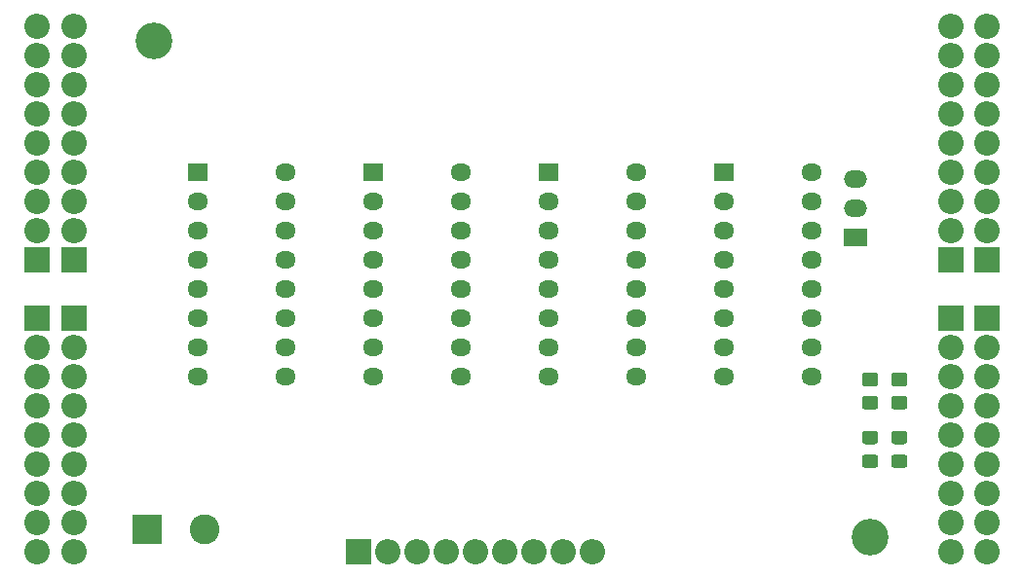
<source format=gbr>
%TF.GenerationSoftware,KiCad,Pcbnew,(5.1.8)-1*%
%TF.CreationDate,2022-10-09T15:02:05+03:00*%
%TF.ProjectId,MUX4x1,4d555834-7831-42e6-9b69-6361645f7063,rev?*%
%TF.SameCoordinates,Original*%
%TF.FileFunction,Soldermask,Top*%
%TF.FilePolarity,Negative*%
%FSLAX46Y46*%
G04 Gerber Fmt 4.6, Leading zero omitted, Abs format (unit mm)*
G04 Created by KiCad (PCBNEW (5.1.8)-1) date 2022-10-09 15:02:05*
%MOMM*%
%LPD*%
G01*
G04 APERTURE LIST*
%ADD10O,2.200000X2.200000*%
%ADD11R,2.200000X2.200000*%
%ADD12O,1.800000X1.500000*%
%ADD13R,1.800000X1.500000*%
%ADD14O,2.000000X1.500000*%
%ADD15R,2.000000X1.500000*%
%ADD16C,3.200000*%
%ADD17R,2.600000X2.600000*%
%ADD18C,2.600000*%
G04 APERTURE END LIST*
D10*
%TO.C,J11*%
X156210000Y-60960000D03*
X156210000Y-63500000D03*
X156210000Y-66040000D03*
X156210000Y-68580000D03*
X156210000Y-71120000D03*
X156210000Y-73660000D03*
X156210000Y-76200000D03*
X156210000Y-78740000D03*
D11*
X156210000Y-81280000D03*
%TD*%
D10*
%TO.C,J10*%
X73660000Y-60960000D03*
X73660000Y-63500000D03*
X73660000Y-66040000D03*
X73660000Y-68580000D03*
X73660000Y-71120000D03*
X73660000Y-73660000D03*
X73660000Y-76200000D03*
X73660000Y-78740000D03*
D11*
X73660000Y-81280000D03*
%TD*%
D10*
%TO.C,J9*%
X156210000Y-106680000D03*
X156210000Y-104140000D03*
X156210000Y-101600000D03*
X156210000Y-99060000D03*
X156210000Y-96520000D03*
X156210000Y-93980000D03*
X156210000Y-91440000D03*
X156210000Y-88900000D03*
D11*
X156210000Y-86360000D03*
%TD*%
D10*
%TO.C,J8*%
X73660000Y-106680000D03*
X73660000Y-104140000D03*
X73660000Y-101600000D03*
X73660000Y-99060000D03*
X73660000Y-96520000D03*
X73660000Y-93980000D03*
X73660000Y-91440000D03*
X73660000Y-88900000D03*
D11*
X73660000Y-86360000D03*
%TD*%
D12*
%TO.C,U2*%
X110490000Y-73660000D03*
X102870000Y-91440000D03*
X110490000Y-76200000D03*
X102870000Y-88900000D03*
X110490000Y-78740000D03*
X102870000Y-86360000D03*
X110490000Y-81280000D03*
X102870000Y-83820000D03*
X110490000Y-83820000D03*
X102870000Y-81280000D03*
X110490000Y-86360000D03*
X102870000Y-78740000D03*
X110490000Y-88900000D03*
X102870000Y-76200000D03*
X110490000Y-91440000D03*
D13*
X102870000Y-73660000D03*
%TD*%
D14*
%TO.C,J7*%
X144780000Y-74295000D03*
X144780000Y-76835000D03*
D15*
X144780000Y-79375000D03*
%TD*%
D16*
%TO.C,H1*%
X83820000Y-62230000D03*
%TD*%
%TO.C,H2*%
X146050000Y-105410000D03*
%TD*%
D17*
%TO.C,J1*%
X83185000Y-104775000D03*
D18*
X88185000Y-104775000D03*
%TD*%
D11*
%TO.C,J2*%
X76835000Y-86360000D03*
D10*
X76835000Y-88900000D03*
X76835000Y-91440000D03*
X76835000Y-93980000D03*
X76835000Y-96520000D03*
X76835000Y-99060000D03*
X76835000Y-101600000D03*
X76835000Y-104140000D03*
X76835000Y-106680000D03*
%TD*%
%TO.C,J3*%
X153035000Y-106680000D03*
X153035000Y-104140000D03*
X153035000Y-101600000D03*
X153035000Y-99060000D03*
X153035000Y-96520000D03*
X153035000Y-93980000D03*
X153035000Y-91440000D03*
X153035000Y-88900000D03*
D11*
X153035000Y-86360000D03*
%TD*%
%TO.C,J4*%
X76835000Y-81280000D03*
D10*
X76835000Y-78740000D03*
X76835000Y-76200000D03*
X76835000Y-73660000D03*
X76835000Y-71120000D03*
X76835000Y-68580000D03*
X76835000Y-66040000D03*
X76835000Y-63500000D03*
X76835000Y-60960000D03*
%TD*%
%TO.C,J5*%
X153035000Y-60960000D03*
X153035000Y-63500000D03*
X153035000Y-66040000D03*
X153035000Y-68580000D03*
X153035000Y-71120000D03*
X153035000Y-73660000D03*
X153035000Y-76200000D03*
X153035000Y-78740000D03*
D11*
X153035000Y-81280000D03*
%TD*%
%TO.C,J6*%
X101600000Y-106680000D03*
D10*
X104140000Y-106680000D03*
X106680000Y-106680000D03*
X109220000Y-106680000D03*
X111760000Y-106680000D03*
X114300000Y-106680000D03*
X116840000Y-106680000D03*
X119380000Y-106680000D03*
X121920000Y-106680000D03*
%TD*%
D13*
%TO.C,U1*%
X87630000Y-73660000D03*
D12*
X95250000Y-91440000D03*
X87630000Y-76200000D03*
X95250000Y-88900000D03*
X87630000Y-78740000D03*
X95250000Y-86360000D03*
X87630000Y-81280000D03*
X95250000Y-83820000D03*
X87630000Y-83820000D03*
X95250000Y-81280000D03*
X87630000Y-86360000D03*
X95250000Y-78740000D03*
X87630000Y-88900000D03*
X95250000Y-76200000D03*
X87630000Y-91440000D03*
X95250000Y-73660000D03*
%TD*%
D13*
%TO.C,U3*%
X118110000Y-73660000D03*
D12*
X125730000Y-91440000D03*
X118110000Y-76200000D03*
X125730000Y-88900000D03*
X118110000Y-78740000D03*
X125730000Y-86360000D03*
X118110000Y-81280000D03*
X125730000Y-83820000D03*
X118110000Y-83820000D03*
X125730000Y-81280000D03*
X118110000Y-86360000D03*
X125730000Y-78740000D03*
X118110000Y-88900000D03*
X125730000Y-76200000D03*
X118110000Y-91440000D03*
X125730000Y-73660000D03*
%TD*%
%TO.C,U4*%
X140970000Y-73660000D03*
X133350000Y-91440000D03*
X140970000Y-76200000D03*
X133350000Y-88900000D03*
X140970000Y-78740000D03*
X133350000Y-86360000D03*
X140970000Y-81280000D03*
X133350000Y-83820000D03*
X140970000Y-83820000D03*
X133350000Y-81280000D03*
X140970000Y-86360000D03*
X133350000Y-78740000D03*
X140970000Y-88900000D03*
X133350000Y-76200000D03*
X140970000Y-91440000D03*
D13*
X133350000Y-73660000D03*
%TD*%
%TO.C,D1*%
G36*
G01*
X146500001Y-99390000D02*
X145599999Y-99390000D01*
G75*
G02*
X145350000Y-99140001I0J249999D01*
G01*
X145350000Y-98489999D01*
G75*
G02*
X145599999Y-98240000I249999J0D01*
G01*
X146500001Y-98240000D01*
G75*
G02*
X146750000Y-98489999I0J-249999D01*
G01*
X146750000Y-99140001D01*
G75*
G02*
X146500001Y-99390000I-249999J0D01*
G01*
G37*
G36*
G01*
X146500001Y-97340000D02*
X145599999Y-97340000D01*
G75*
G02*
X145350000Y-97090001I0J249999D01*
G01*
X145350000Y-96439999D01*
G75*
G02*
X145599999Y-96190000I249999J0D01*
G01*
X146500001Y-96190000D01*
G75*
G02*
X146750000Y-96439999I0J-249999D01*
G01*
X146750000Y-97090001D01*
G75*
G02*
X146500001Y-97340000I-249999J0D01*
G01*
G37*
%TD*%
%TO.C,D2*%
G36*
G01*
X149040001Y-97340000D02*
X148139999Y-97340000D01*
G75*
G02*
X147890000Y-97090001I0J249999D01*
G01*
X147890000Y-96439999D01*
G75*
G02*
X148139999Y-96190000I249999J0D01*
G01*
X149040001Y-96190000D01*
G75*
G02*
X149290000Y-96439999I0J-249999D01*
G01*
X149290000Y-97090001D01*
G75*
G02*
X149040001Y-97340000I-249999J0D01*
G01*
G37*
G36*
G01*
X149040001Y-99390000D02*
X148139999Y-99390000D01*
G75*
G02*
X147890000Y-99140001I0J249999D01*
G01*
X147890000Y-98489999D01*
G75*
G02*
X148139999Y-98240000I249999J0D01*
G01*
X149040001Y-98240000D01*
G75*
G02*
X149290000Y-98489999I0J-249999D01*
G01*
X149290000Y-99140001D01*
G75*
G02*
X149040001Y-99390000I-249999J0D01*
G01*
G37*
%TD*%
%TO.C,R2*%
G36*
G01*
X146500001Y-92310000D02*
X145599999Y-92310000D01*
G75*
G02*
X145350000Y-92060001I0J249999D01*
G01*
X145350000Y-91359999D01*
G75*
G02*
X145599999Y-91110000I249999J0D01*
G01*
X146500001Y-91110000D01*
G75*
G02*
X146750000Y-91359999I0J-249999D01*
G01*
X146750000Y-92060001D01*
G75*
G02*
X146500001Y-92310000I-249999J0D01*
G01*
G37*
G36*
G01*
X146500001Y-94310000D02*
X145599999Y-94310000D01*
G75*
G02*
X145350000Y-94060001I0J249999D01*
G01*
X145350000Y-93359999D01*
G75*
G02*
X145599999Y-93110000I249999J0D01*
G01*
X146500001Y-93110000D01*
G75*
G02*
X146750000Y-93359999I0J-249999D01*
G01*
X146750000Y-94060001D01*
G75*
G02*
X146500001Y-94310000I-249999J0D01*
G01*
G37*
%TD*%
%TO.C,R3*%
G36*
G01*
X149040001Y-94310000D02*
X148139999Y-94310000D01*
G75*
G02*
X147890000Y-94060001I0J249999D01*
G01*
X147890000Y-93359999D01*
G75*
G02*
X148139999Y-93110000I249999J0D01*
G01*
X149040001Y-93110000D01*
G75*
G02*
X149290000Y-93359999I0J-249999D01*
G01*
X149290000Y-94060001D01*
G75*
G02*
X149040001Y-94310000I-249999J0D01*
G01*
G37*
G36*
G01*
X149040001Y-92310000D02*
X148139999Y-92310000D01*
G75*
G02*
X147890000Y-92060001I0J249999D01*
G01*
X147890000Y-91359999D01*
G75*
G02*
X148139999Y-91110000I249999J0D01*
G01*
X149040001Y-91110000D01*
G75*
G02*
X149290000Y-91359999I0J-249999D01*
G01*
X149290000Y-92060001D01*
G75*
G02*
X149040001Y-92310000I-249999J0D01*
G01*
G37*
%TD*%
M02*

</source>
